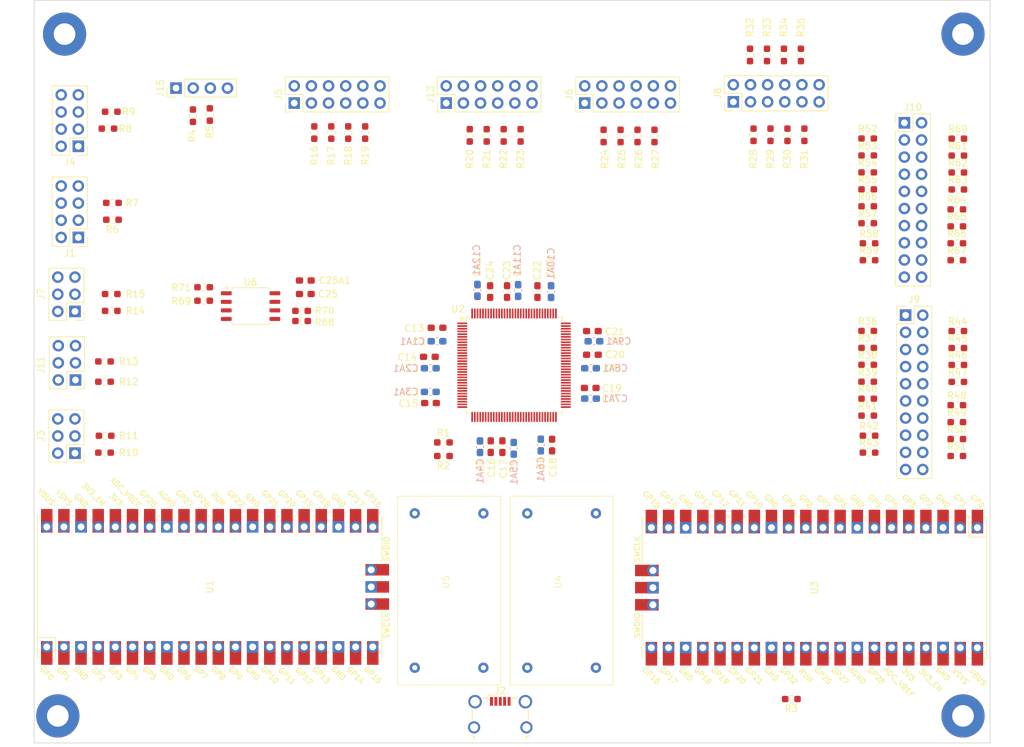
<source format=kicad_pcb>
(kicad_pcb (version 20240108) (generator "pcbnew") (generator_version "8.0")
  (layers (0 "F.Cu" signal "L01_TOP") (1 "In1.Cu" signal "L02_GND") (2 "In2.Cu" signal "L03_PWR") (31 "B.Cu" signal "L04_BOTTOM") (34 "B.Paste" user "SPSE") (35 "F.Paste" user "SPPR") (36 "B.SilkS" user "SLSE") (37 "F.SilkS" user "SLPR") (38 "B.Mask" user "SMSE") (39 "F.Mask" user "SMPR") (44 "Edge.Cuts" user))
  (net 0 "")
  (net 1 "PWR_1V2")
  (net 2 "GND")
  (net 3 "PWR_3V3")
  (net 4 "+3V3")
  (net 5 "Net-(J1-Pin_3)")
  (net 6 "MCU_I2C1_SCL")
  (net 7 "Net-(J1-Pin_5)")
  (net 8 "MCU_I2C1_SDA")
  (net 9 "Net-(J2-VBUS)")
  (net 13 "MCU_BOOT_UART_TX")
  (net 14 "MCU_BOOT_UART_RX")
  (net 15 "Net-(J4-Pin_3)")
  (net 16 "Net-(J4-Pin_5)")
  (net 17 "MCU_I2C2_SCL")
  (net 18 "MCU_I2C2_SDA")
  (net 19 "Net-(J5-Pin_9)")
  (net 20 "Net-(J5-Pin_3)")
  (net 21 "MCU_SPI0_SCK")
  (net 22 "MCU_SPI0_MOSI")
  (net 23 "Net-(J5-Pin_7)")
  (net 24 "MCU_SPI0_CSN")
  (net 25 "MCU_SPI0_MISO")
  (net 26 "Net-(J5-Pin_5)")
  (net 27 "MCU_SPI2_CSN")
  (net 28 "MCU_SPI2_MISO")
  (net 29 "MCU_SPI2_SCK")
  (net 30 "MCU_SPI2_MOSI")
  (net 31 "MCU_UART2_RX")
  (net 32 "MCU_UART2_TX")
  (net 33 "MCU_UART1_RX")
  (net 34 "MCU_UART1_TX")
  (net 35 "MCU_SPI1_MISO")
  (net 36 "MCU_SPI1_SCK")
  (net 37 "MCU_SPI1_CSN")
  (net 38 "MCU_SPI1_MOSI")
  (net 39 "Net-(J15-Pin_3)")
  (net 40 "Net-(J15-Pin_2)")
  (net 41 "MCU_CLK")
  (net 42 "MCU_RESETN")
  (net 43 "Net-(U2-SPIO0_CLK)")
  (net 44 "MCU_GPIO_00")
  (net 45 "MCU_GPIO_01")
  (net 46 "Net-(U6-DI(IO0))")
  (net 47 "Net-(U2-SPI0_CSN)")
  (net 48 "MCU_GPIO_02")
  (net 49 "MCU_GPIO_03")
  (net 50 "MCU_GPIO_04")
  (net 51 "MCU_GPIO_05")
  (net 52 "MCU_PWM_0")
  (net 53 "MCU_PWM_1")
  (net 54 "MCU_PWM_2")
  (net 55 "MCU_PWM_3")
  (net 56 "MCU_PWM_4")
  (net 57 "MCU_PWM_5")
  (net 58 "Net-(U2-SPI3_MOSI)")
  (net 59 "MCU_PWM_6")
  (net 60 "MCU_PWM_7")
  (net 61 "MCU_GPIO_06")
  (net 62 "Net-(U2-SPI0_MOSI)")
  (net 63 "MCU_GPIO_07")
  (net 64 "MCU_GPIO_08")
  (net 65 "Net-(U2-SPI0_MISO)")
  (net 66 "MCU_GPIO_09")
  (net 67 "MCU_GPIO_10")
  (net 68 "MCU_GPIO_11")
  (net 69 "MCU_GPIO_12")
  (net 70 "MCU_GPIO_13")
  (net 71 "MCU_GPIO_14")
  (net 72 "MCU_GPIO_15")
  (net 73 "MCU_GPIO_16")
  (net 74 "MCU_GPIO_17")
  (net 75 "MCU_GPIO_18")
  (net 76 "MCU_GPIO_19")
  (net 77 "MCU_GPIO_20")
  (net 78 "Net-(J13-Pin_5)")
  (net 79 "MCU_GPIO_21")
  (net 80 "MCU_GPIO_22")
  (net 81 "Net-(U6-DO(IO1))")
  (net 82 "Net-(U2-SPI3_MISO)")
  (net 83 "MCU_GPIO_23")
  (net 84 "Net-(J13-Pin_7)")
  (net 85 "MCU_GPIO_24")
  (net 86 "MCU_GPIO_25")
  (net 87 "MCU_GPIO_26")
  (net 88 "MCU_GPIO_27")
  (net 89 "Net-(J13-Pin_3)")
  (net 90 "MCU_GPIO_28")
  (net 91 "MCU_GPIO_29")
  (net 92 "MCU_GPIO_30")
  (net 93 "MCU_GPIO_31")
  (net 94 "Net-(U2-SPI3_SCLK)")
  (net 95 "Net-(U6-CLK)")
  (net 96 "Net-(U2-SPI3_SS)")
  (net 97 "Net-(U6-~{CS})")
  (net 98 "PICO_SLAVE_RUN")
  (net 99 "PICO_COMM_2")
  (net 100 "MCU_BOOT_SEL")
  (net 101 "PICO_COMM_1")
  (net 104 "MCU_HEART_BEAT")
  (net 156 "Net-(U2-CLK)")
  (net 157 "Net-(J3-Pin_1)")
  (net 158 "Net-(J3-Pin_3)")
  (net 159 "Net-(J7-Pin_1)")
  (net 160 "Net-(J7-Pin_3)")
  (net 161 "Net-(J11-Pin_1)")
  (net 162 "Net-(J11-Pin_3)")
  (net 163 "Net-(U2-UART0_TX)")
  (net 164 "Net-(U2-UART0_RX)")
  (net 165 "Net-(U2-UART1_TX)")
  (net 166 "Net-(U2-UART1_RX)")
  (net 167 "Net-(U2-UART2_TX)")
  (net 168 "Net-(U2-UART2_RX)")
  (net 169 "Net-(J13-Pin_9)")
  (net 170 "Net-(U2-SPI1_SCLK)")
  (net 171 "Net-(U2-SPI1_SS)")
  (net 172 "Net-(U2-SPI1_MOSI)")
  (net 173 "Net-(U2-SPI1_MISO)")
  (net 174 "Net-(J6-Pin_3)")
  (net 175 "Net-(J6-Pin_7)")
  (net 176 "Net-(J6-Pin_9)")
  (net 177 "Net-(J6-Pin_5)")
  (net 178 "Net-(U2-SPI2_CLK)")
  (net 179 "Net-(U2-SPI2_CSN)")
  (net 180 "Net-(U2-SPI2_MOSI)")
  (net 181 "Net-(U2-SPI2_MISO)")
  (net 182 "Net-(U2-PWM0)")
  (net 183 "Net-(U2-PWM1)")
  (net 184 "Net-(U2-PWM2)")
  (net 185 "Net-(U2-PWM3)")
  (net 186 "Net-(U2-PWM4)")
  (net 187 "Net-(U2-PWM5)")
  (net 188 "Net-(U2-PWM6)")
  (net 189 "Net-(U2-PWM7)")
  (net 190 "Net-(U2-GPIO0)")
  (net 191 "Net-(U2-GPIO1)")
  (net 192 "Net-(U2-GPIO2)")
  (net 193 "Net-(U2-GPIO3)")
  (net 194 "Net-(U2-GPIO4)")
  (net 195 "Net-(U2-GPIO5)")
  (net 196 "Net-(U2-GPIO6)")
  (net 197 "Net-(U2-GPIO7)")
  (net 198 "Net-(U2-GPIO8)")
  (net 199 "Net-(U2-GPIO9)")
  (net 200 "Net-(U2-GPIO10)")
  (net 201 "Net-(U2-GPIO11)")
  (net 202 "Net-(U2-GPIO12)")
  (net 203 "Net-(U2-GPIO13)")
  (net 204 "Net-(U2-GPIO14)")
  (net 205 "Net-(U2-GPIO15)")
  (net 206 "Net-(U2-GPIO16)")
  (net 207 "Net-(U2-GPIO17)")
  (net 208 "Net-(U2-GPIO18)")
  (net 209 "Net-(U2-GPIO19)")
  (net 210 "Net-(U2-GPIO20)")
  (net 211 "Net-(U2-GPIO21)")
  (net 212 "Net-(U2-GPIO22)")
  (net 213 "Net-(U2-GPIO23)")
  (net 214 "Net-(U2-GPIO24)")
  (net 215 "Net-(U2-GPIO25)")
  (net 216 "Net-(U2-GPIO26)")
  (net 217 "Net-(U2-GPIO27)")
  (net 218 "Net-(U2-GPIO28)")
  (net 219 "Net-(U2-GPIO29)")
  (net 220 "Net-(U2-GPIO30)")
  (net 221 "Net-(U2-GPIO31)")
  (footprint "project_lib:proj_R_0603_1608Metric_Pad0.98x0.95mm_HandSolder" (layer "F.Cu") (at 109.5875 92.5 180)
    (property "Reference" "R71")
    (property "Value" "0E" (hide yes))
  )
  (footprint "project_lib:proj_R_0603_1608Metric_Pad0.98x0.95mm_HandSolder" (layer "F.Cu") (at 208.0875 88.5)
    (property "Reference" "R59")
    (property "Value" "0E" (hide yes))
  )
  (footprint "Package_QFP:LQFP-128_14x14mm_P0.4mm" (layer "F.Cu") (at 155.535 104.0525)
    (property "Reference" "U2")
    (property "Value" "THEJAS32")
  )
  (footprint "project_lib:proj_C_0603_1608Metric_Pad1.08x0.95mm_HandSolder" (layer "F.Cu") (at 166.814585 107.415125)
    (property "Reference" "C19")
    (property "Value" "100nF" (hide yes))
  )
  (footprint "project_lib:proj_R_0603_1608Metric_Pad0.98x0.95mm_HandSolder" (layer "F.Cu") (at 221.0875 112.48)
    (property "Reference" "R49")
    (property "Value" "0E" (hide yes))
  )
  (footprint "Connector_PinHeader_2.54mm:PinHeader_2x04_P2.54mm_Vertical" (layer "F.Cu") (at 91.04 85.12 180)
    (property "Reference" "J1")
    (property "Value" "Conn_02x04_Odd_Even" (hide yes))
  )
  (footprint "project_lib:proj_R_0603_1608Metric_Pad0.98x0.95mm_HandSolder" (layer "F.Cu") (at 95.9125 93.5 180)
    (property "Reference" "R15")
    (property "Value" "0E" (hide yes))
  )
  (footprint "project_lib:proj_R_0603_1608Metric_Pad0.98x0.95mm_HandSolder" (layer "F.Cu") (at 94.9125 117 180)
    (property "Reference" "R10")
    (property "Value" "0E" (hide yes))
  )
  (footprint "project_lib:proj_R_0603_1608Metric_Pad0.98x0.95mm_HandSolder" (layer "F.Cu") (at 221.0875 80.97)
    (property "Reference" "R64")
    (property "Value" "0E" (hide yes))
  )
  (footprint "MountingHole:MountingHole_3.2mm_M3_Pad" (layer "F.Cu") (at 222 156)
    (property "Reference" "TP1" (hide yes))
    (property "Value" "Mounting Hole" (hide yes))
  )
  (footprint "project_lib:proj_C_0603_1608Metric_Pad1.08x0.95mm_HandSolder" (layer "F.Cu") (at 161.172462 115.875966 -90)
    (property "Reference" "C18")
    (property "Value" "100nF" (hide yes))
  )
  (footprint "project_lib:proj_C_0603_1608Metric_Pad1.08x0.95mm_HandSolder" (layer "F.Cu") (at 152.086108 116.112785 -90)
    (property "Reference" "C16")
    (property "Value" "100nF" (hide yes))
  )
  (footprint "project_lib:proj_R_0603_1608Metric_Pad0.98x0.95mm_HandSolder" (layer "F.Cu") (at 221.2375 104.01)
    (property "Reference" "R46")
    (property "Value" "0E" (hide yes))
  )
  (footprint "project_lib:proj_R_0603_1608Metric_Pad0.98x0.95mm_HandSolder" (layer "F.Cu") (at 207.8875 83.02)
    (property "Reference" "R57")
    (property "Value" "0E" (hide yes))
  )
  (footprint "project_lib:proj_C_0603_1608Metric_Pad1.08x0.95mm_HandSolder" (layer "F.Cu") (at 153.816054 116.113131 -90)
    (property "Reference" "C17")
    (property "Value" "100nF" (hide yes))
  )
  (footprint "project_lib:proj_R_0603_1608Metric_Pad0.98x0.95mm_HandSolder" (layer "F.Cu") (at 207.8875 106.5)
    (property "Reference" "R39")
    (property "Value" "0E" (hide yes))
  )
  (footprint "project_lib:proj_R_0603_1608Metric_Pad0.98x0.95mm_HandSolder" (layer "F.Cu") (at 151.49 70 90)
    (property "Reference" "R21")
    (property "Value" "0E" (hide yes))
  )
  (footprint "Connector_PinHeader_2.54mm:PinHeader_2x04_P2.54mm_Vertical" (layer "F.Cu") (at 91.04 71.62 180)
    (property "Reference" "J4")
    (property "Value" "Conn_02x04_Odd_Even" (hide yes))
  )
  (footprint "project_lib:proj_R_0603_1608Metric_Pad0.98x0.95mm_HandSolder" (layer "F.Cu") (at 128.48 69.5875 90)
    (property "Reference" "R17")
    (property "Value" "0E" (hide yes))
  )
  (footprint "project_lib:proj_R_0603_1608Metric_Pad0.98x0.95mm_HandSolder" (layer "F.Cu") (at 207.8875 78)
    (property "Reference" "R55")
    (property "Value" "0E" (hide yes))
  )
  (footprint "project_lib:proj_R_0603_1608Metric_Pad0.98x0.95mm_HandSolder" (layer "F.Cu") (at 110.5 66.9125 90)
    (property "Reference" "R5")
    (property "Value" "2.2K" (hide yes))
  )
  (footprint "MountingHole:MountingHole_3.2mm_M3_Pad" (layer "F.Cu") (at 88 156)
    (property "Reference" "TP2" (hide yes))
    (property "Value" "Mounting Hole" (hide yes))
  )
  (footprint "Connector_PinHeader_2.54mm:PinHeader_2x06_P2.54mm_Vertical" (layer "F.Cu") (at 188 65.04 90)
    (property "Reference" "J8")
    (property "Value" "Conn_02x06_Odd_Even" (hide yes))
  )
  (footprint "project_lib:proj_R_0603_1608Metric_Pad0.98x0.95mm_HandSolder" (layer "F.Cu") (at 221.0875 117.5)
    (property "Reference" "R51")
    (property "Value" "0E" (hide yes))
  )
  (footprint "project_lib:proj_R_0603_1608Metric_Pad0.98x0.95mm_HandSolder" (layer "F.Cu") (at 196.5875 153.5 180)
    (property "Reference" "R3")
    (property "Value" "10K" (hide yes))
  )
  (footprint "project_lib:proj_R_0603_1608Metric_Pad0.98x0.95mm_HandSolder" (layer "F.Cu") (at 190.99 69.9125 90)
    (property "Reference" "R28")
    (property "Value" "0E" (hide yes))
  )
  (footprint "RPi_Pico:RPi_Pico_SMD_TH" (layer "F.Cu") (at 200 137 -90)
    (property "Reference" "U3")
    (property "Value" "Pico Slave")
  )
  (footprint "project_lib:proj_C_0603_1608Metric_Pad1.08x0.95mm_HandSolder" (layer "F.Cu") (at 155.5 116.3625 -90)
    (property "Reference" "C5")
    (property "Value" "100nF" (hide yes))
  )
  (footprint "project_lib:proj_C_0603_1608Metric_Pad1.08x0.95mm_HandSolder" (layer "F.Cu") (at 124.6375 93.5)
    (property "Reference" "C25")
    (property "Value" "100nF" (hide yes))
  )
  (footprint "project_lib:proj_R_0603_1608Metric_Pad0.98x0.95mm_HandSolder" (layer "F.Cu") (at 168.7975 70.0875 90)
    (property "Reference" "R24")
    (property "Value" "0E" (hide yes))
  )
  (footprint "project_lib:proj_R_0603_1608Metric_Pad0.98x0.95mm_HandSolder" (layer "F.Cu") (at 130.99 69.5875 90)
    (property "Reference" "R18")
    (property "Value" "0E" (hide yes))
  )
  (footprint "MountingHole:MountingHole_3.2mm_M3_Pad" (layer "F.Cu") (at 222 55)
    (property "Reference" "TP4" (hide yes))
    (property "Value" "Mounting Hole" (hide yes))
  )
  (footprint "project_lib:proj_R_0603_1608Metric_Pad0.98x0.95mm_HandSolder" (layer "F.Cu") (at 95.4125 69 180)
    (property "Reference" "R8")
    (property "Value" "2.2K" (hide yes))
  )
  (footprint "project_lib:proj_R_0603_1608Metric_Pad0.98x0.95mm_HandSolder" (layer "F.Cu") (at 124.0875 97.5)
    (property "Reference" "R68")
    (property "Value" "0E" (hide yes))
  )
  (footprint "Connector_PinHeader_2.54mm:PinHeader_2x06_P2.54mm_Vertical" (layer "F.Cu") (at 123 65.215 90)
    (property "Reference" "J5")
    (property "Value" "Conn_02x06_Odd_Even" (hide yes))
  )
  (footprint "project_lib:proj_R_0603_1608Metric_Pad0.98x0.95mm_HandSolder" (layer "F.Cu") (at 208.0875 114.49)
    (property "Reference" "R42")
    (property "Value" "0E" (hide yes))
  )
  (footprint "project_lib:proj_R_0603_1608Metric_Pad0.98x0.95mm_HandSolder" (layer "F.Cu") (at 173.8175 70.0875 90)
    (property "Reference" "R26")
    (property "Value" "0E" (hide yes))
  )
  (footprint "project_lib:proj_R_0603_1608Metric_Pad0.98x0.95mm_HandSolder" (layer "F.Cu") (at 221.2375 73)
    (property "Reference" "R61")
    (property "Value" "0E" (hide yes))
  )
  (footprint "project_lib:proj_R_0603_1608Metric_Pad0.98x0.95mm_HandSolder" (layer "F.Cu") (at 221.0875 83.48)
    (property "Reference" "R65")
    (property "Value" "0E" (hide yes))
  )
  (footprint "Module_DCDC:Mini 360" (layer "F.Cu") (at 162.58 136.16 90)
    (property "Reference" "U4")
    (property "Value" "MINI360 DC-DC")
  )
  (footprint "project_lib:proj_C_0603_1608Metric_Pad1.08x0.95mm_HandSolder" (layer "F.Cu") (at 161 93.1375 90)
    (property "Reference" "C10")
    (property "Value" "100nF" (hide yes))
  )
  (footprint "project_lib:proj_R_0603_1608Metric_Pad0.98x0.95mm_HandSolder" (layer "F.Cu") (at 221.2375 98.99)
    (property "Reference" "R44")
    (property "Value" "0E" (hide yes))
  )
  (footprint "Connector_PinHeader_2.54mm:PinHeader_2x03_P2.54mm_Vertical" (layer "F.Cu") (at 90.54 117.08 180)
    (property "Reference" "J3")
    (property "Value" "Conn_02x03_Odd_Even" (hide yes))
  )
  (footprint "project_lib:proj_R_0603_1608Metric_Pad0.98x0.95mm_HandSolder" (layer "F.Cu") (at 207.8875 70.47)
    (property "Reference" "R52")
    (property "Value" "0E" (hide yes))
  )
  (footprint "project_lib:proj_R_0603_1608Metric_Pad0.98x0.95mm_HandSolder" (layer "F.Cu") (at 207.8875 98.97)
    (property "Reference" "R36")
    (property "Value" "0E" (hide yes))
  )
  (footprint "Package_SO:SOIC-8_5.23x5.23mm_P1.27mm" (layer "F.Cu") (at 116.535 95.295)
    (property "Reference" "U6")
    (property "Value" "W25Q16JVSSIQ" (hide yes))
  )
  (footprint "project_lib:proj_R_0603_1608Metric_Pad0.98x0.95mm_HandSolder" (layer "F.Cu") (at 133.5 69.5875 90)
    (property "Reference" "R19")
    (property "Value" "0E" (hide yes))
  )
  (footprint "project_lib:proj_C_0603_1608Metric_Pad1.08x0.95mm_HandSolder" (layer "F.Cu") (at 152 93.1375 90)
    (property "Reference" "C24")
    (property "Value" "100nF" (hide yes))
  )
  (footprint "project_lib:proj_R_0603_1608Metric_Pad0.98x0.95mm_HandSolder" (layer "F.Cu") (at 221.2375 78.02)
    (property "Reference" "R63")
    (property "Value" "0E" (hide yes))
  )
  (footprint "project_lib:proj_C_0603_1608Metric_Pad1.08x0.95mm_HandSolder" (layer "F.Cu") (at 167.1375 99)
    (property "Reference" "C21")
    (property "Value" "100nF" (hide yes))
  )
  (footprint "project_lib:proj_C_0603_1608Metric_Pad1.08x0.95mm_HandSolder" (layer "F.Cu") (at 159.5 115.8625 -90)
    (property "Reference" "C6")
    (property "Value" "100nF" (hide yes))
  )
  (footprint "project_lib:proj_R_0603_1608Metric_Pad0.98x0.95mm_HandSolder" (layer "F.Cu") (at 109.5875 94.5 180)
    (property "Reference" "R69")
    (property "Value" "0E" (hide yes))
  )
  (footprint "project_lib:proj_R_0603_1608Metric_Pad0.98x0.95mm_HandSolder" (layer "F.Cu") (at 195.49 58.0875 90)
    (property "Reference" "R34")
    (property "Value" "0E" (hide yes))
  )
  (footprint "Connector_PinHeader_2.54mm:PinHeader_2x03_P2.54mm_Vertical" (layer "F.Cu") (at 90.615296 106.240237 180)
    (property "Reference" "J11")
    (property "Value" "Conn_02x03_Odd_Even" (hide yes))
  )
  (footprint "project_lib:proj_R_0603_1608Metric_Pad0.98x0.95mm_HandSolder" (layer "F.Cu") (at 207.8875 80.51)
    (property "Reference" "R56")
    (property "Value" "0E" (hide yes))
  )
  (footprint "project_lib:proj_R_0603_1608Metric_Pad0.98x0.95mm_HandSolder" (layer "F.Cu") (at 96.0875 82.5 180)
    (property "Reference" "R6")
    (property "Value" "2.2K" (hide yes))
  )
  (footprint "Connector_PinHeader_2.54mm:PinHeader_2x06_P2.54mm_Vertical" (layer "F.Cu") (at 166 65.215 90)
    (property "Reference" "J6")
    (property "Value" "Conn_02x06_Odd_Even" (hide yes))
  )
  (footprint "Connector_USB:USB_Micro-B_Wuerth_629105150521_CircularHoles" (layer "F.Cu") (at 153.495 155.745)
    (property "Reference" "J2")
    (property "Value" "USB_B_Micro" (hide yes))
  )
  (footprint "project_lib:proj_R_0603_1608Metric_Pad0.98x0.95mm_HandSolder" (layer "F.Cu") (at 221.2375 101.5)
    (property "Reference" "R45")
    (property "Value" "0E" (hide yes))
  )
  (footprint "project_lib:proj_C_0603_1608Metric_Pad1.08x0.95mm_HandSolder" (layer "F.Cu") (at 166.8625 109)
    (property "Reference" "C7")
    (property "Value" "100nF" (hide yes))
  )
  (footprint "project_lib:proj_C_0603_1608Metric_Pad1.08x0.95mm_HandSolder" (layer "F.Cu") (at 167.3625 100.5)
    (property "Reference" "C9")
    (property "Value" "100nF" (hide yes))
  )
  (footprint "Connector_PinHeader_2.54mm:PinHeader_2x10_P2.54mm_Vertical" (layer "F.Cu") (at 213.5 96.64)
    (property "Reference" "J9")
    (property "Value" "Conn_02x10_Odd_Even" (hide yes))
  )
  (footprint "project_lib:proj_R_0603_1608Metric_Pad0.98x0.95mm_HandSolder" (layer "F.Cu") (at 125.97 69.5875 90)
    (property "Reference" "R16")
    (property "Value" "0E" (hide yes))
  )
  (footprint "project_lib:proj_C_0603_1608Metric_Pad1.08x0.95mm_HandSolder" (layer "F.Cu") (at 150.1375 93 90)
    (property "Reference" "C12")
    (property "Value" "100nF" (hide yes))
  )
  (footprint "project_lib:proj_R_0603_1608Metric_Pad0.98x0.95mm_HandSolder" (layer "F.Cu") (at 198.52 69.9125 90)
    (property "Reference" "R31")
    (property "Value" "0E" (hide yes))
  )
  (footprint "project_lib:proj_R_0603_1608Metric_Pad0.98x0.95mm_HandSolder" (layer "F.Cu") (at 95.9125 96 180)
    (property "Reference" "R14")
    (property "Value" "0E" (hide yes))
  )
  (footprint "project_lib:proj_R_0603_1608Metric_Pad0.98x0.95mm_HandSolder" (layer "F.Cu") (at 207.8875 101.48)
    (property "Reference" "R37")
    (property "Value" "0E" (hide yes))
  )
  (footprint "project_lib:proj_C_0603_1608Metric_Pad1.08x0.95mm_HandSolder" (layer "F.Cu") (at 143.1375 108 180)
    (property "Reference" "C3")
    (property "Value" "100nF" (hide yes))
  )
  (footprint "project_lib:proj_R_0603_1608Metric_Pad0.98x0.95mm_HandSolder" (layer "F.Cu") (at 207.8875 111.52)
    (property "Reference" "R41")
    (property "Value" "0E" (hide yes))
  )
  (footprint "project_lib:proj_R_0603_1608Metric_Pad0.98x0.95mm_HandSolder" (layer "F.Cu") (at 190.47 58.0875 90)
    (property "Reference" "R32")
    (property "Value" "0E" (hide yes))
  )
  (footprint "project_lib:proj_R_0603_1608Metric_Pad0.98x0.95mm_HandSolder" (layer "F.Cu") (at 95 114.5 180)
    (property "Reference" "R11")
    (property "Value" "0E" (hide yes))
  )
  (footprint "project_lib:proj_C_0603_1608Metric_Pad1.08x0.95mm_HandSolder" (layer "F.Cu") (at 124.6375 91.5)
    (property "Reference" "C25A1")
    (property "Value" "10uF" (hide yes))
  )
  (footprint "project_lib:proj_R_0603_1608Metric_Pad0.98x0.95mm_HandSolder" (layer "F.Cu") (at 207.8875 103.99)
    (property "Reference" "R38")
    (property "Value" "0E" (hide yes))
  )
  (footprint "project_lib:proj_C_0603_1608Metric_Pad1.08x0.95mm_HandSolder" (layer "F.Cu") (at 167.1375 102.5)
    (property "Reference" "C20")
    (property "Value" "100nF" (hide yes))
  )
  (footprint "project_lib:proj_C_0603_1608Metric_Pad1.08x0.95mm_HandSolder" (layer "F.Cu") (at 143.1375 104.5 180)
    (property "Reference" "C2")
    (property "Value" "100nF" (hide yes))
  )
  (footprint "Connector_PinHeader_2.54mm:PinHeader_1x04_P2.54mm_Vertical" (layer "F.Cu") (at 105.5 63 90)
    (property "Reference" "J15")
    (property "Value" "Conn_01x04")
  )
  (footprint "project_lib:proj_R_0603_1608Metric_Pad0.98x0.95mm_HandSolder" (layer "F.Cu") (at 221.0875 114.99)
    (property "Reference" "R50")
    (property "Value" "0E" (hide yes))
  )
  (footprint "project_lib:proj_R_0603_1608Metric_Pad0.98x0.95mm_HandSolder" (layer "F.Cu") (at 94.9125 106.5 180)
    (property "Reference" "R12")
    (property "Value" "0E" (hide yes))
  )
  (footprint "project_lib:proj_C_0603_1608Metric_Pad1.08x0.95mm_HandSolder" (layer "F.Cu") (at 144.1375 100.5 180)
    (property "Reference" "C1")
    (property "Value" "100nF" (hide yes))
  )
  (footprint "Connector_PinHeader_2.54mm:PinHeader_2x06_P2.54mm_Vertical" (layer "F.Cu") (at 145.5 65.215 90)
    (property "Reference" "J13")
    (property "Value" "Conn_02x06_Odd_Even" (hide yes))
  )
  (footprint "project_lib:proj_R_0603_1608Metric_Pad0.98x0.95mm_HandSolder" (layer "F.Cu") (at 171.3075 70.0875 90)
    (property "Reference" "R25")
    (property "Value" "0E" (hide yes))
  )
  (footprint "project_lib:proj_R_0603_1608Metric_Pad0.98x0.95mm_HandSolder" (layer "F.Cu") (at 221.0875 88.5)
    (property "Reference" "R67")
    (property "Value" "0E" (hide yes))
  )
  (footprint "project_lib:proj_C_0603_1608Metric_Pad1.08x0.95mm_HandSolder" (layer "F.Cu") (at 143 102.807483 180)
    (property "Reference" "C14")
    (property "Value" "100nF" (hide yes))
  )
  (footprint "Module_DCDC:Mini 360" (layer "F.Cu") (at 145.92 136.16 90)
    (property "Reference" "U5")
    (property "Value" "MINI360 DC-DC")
  )
  (footprint "project_lib:proj_R_0603_1608Metric_Pad0.98x0.95mm_HandSolder" (layer "F.Cu") (at 95.9125 66.5 180)
    (property "Reference" "R9")
    (property "Value" "2.2K" (hide yes))
  )
  (footprint "project_lib:proj_R_0603_1608Metric_Pad0.98x0.95mm_HandSolder" (layer "F.Cu") (at 192.98 58.0875 90)
    (property "Reference" "R33")
    (property "Value" "0E" (hide yes))
  )
  (footprint "project_lib:proj_R_0603_1608Metric_Pad0.98x0.95mm_HandSolder" (layer "F.Cu") (at 96.0875 80 180)
    (property "Reference" "R7")
    (property "Value" "2.2K" (hide yes))
  )
  (footprint "project_lib:proj_R_0603_1608Metric_Pad0.98x0.95mm_HandSolder" (layer "F.Cu") (at 208.0875 85.99)
    (property "Reference" "R58")
    (property "Value" "0E" (hide yes))
  )
  (footprint "project_lib:proj_R_0603_1608Metric_Pad0.98x0.95mm_HandSolder" (layer "F.Cu") (at 94.9125 103.5 180)
    (property "Reference" "R13")
    (property "Value" "0E" (hide yes))
  )
  (footprint "project_lib:proj_R_0603_1608Metric_Pad0.98x0.95mm_HandSolder" (layer "F.Cu") (at 176.3275 70.0875 90)
    (property "Reference" "R27")
    (property "Value" "0E" (hide yes))
  )
  (footprint "project_lib:proj_R_0603_1608Metric_Pad0.98x0.95mm_HandSolder" (layer "F.Cu") (at 145.0875 117.5 180)
    (property "Reference" "R2")
    (property "Value" "10K" (hide yes))
  )
  (footprint "project_lib:proj_C_0603_1608Metric_Pad1.08x0.95mm_HandSolder" (layer "F.Cu") (at 144.1375 98.5 180)
    (property "Reference" "C13")
    (property "Value" "100nF" (hide yes))
  )
  (footprint "project_lib:proj_R_0603_1608Metric_Pad0.98x0.95mm_HandSolder" (layer "F.Cu") (at 221.2375 70.49)
    (property "Reference" "R60")
    (property "Value" "0E" (hide yes))
  )
  (footprint "project_lib:proj_R_0603_1608Metric_Pad0.98x0.95mm_HandSolder" (layer "F.Cu") (at 156.51 70 90)
    (property "Reference" "R23")
    (property "Value" "0E" (hide yes))
  )
  (footprint "project_lib:proj_R_0603_1608Metric_Pad0.98x0.95mm_HandSolder" (layer "F.Cu") (at 145.0875 115.49)
    (property "Reference" "R1")
    (property "Value" "0E" (hide yes))
  )
  (footprint "project_lib:proj_R_0603_1608Metric_Pad0.98x0.95mm_HandSolder" (layer "F.Cu") (at 124.0875 96)
    (property "Reference" "R70")
    (property "Value" "0E" (hide yes))
  )
  (footprint "project_lib:proj_R_0603_1608Metric_Pad0.98x0.95mm_HandSolder" (layer "F.Cu") (at 108 67.0875 90)
    (property "Reference" "R4")
    (property "Value" "2.2K" (hide yes))
  )
  (footprint "Connector_PinHeader_2.54mm:PinHeader_2x10_P2.54mm_Vertical" (layer "F.Cu") (at 213.325 68.14)
    (property "Reference" "J10")
    (property "Value" "Conn_02x10_Odd_Even" (hide yes))
  )
  (footprint "project_lib:proj_C_0603_1608Metric_Pad1.08x0.95mm_HandSolder" (layer "F.Cu") (at 150.5 116.1375 -90)
    (property "Reference" "C4")
    (property "Value" "100nF" (hide yes))
  )
  (footprint "project_lib:proj_R_0603_1608Metric_Pad0.98x0.95mm_HandSolder" (layer "F.Cu") (at 221.0875 85.99)
    (property "Reference" "R66")
    (property "Value" "0E" (hide yes))
  )
  (footprint "project_lib:proj_R_0603_1608Metric_Pad0.98x0.95mm_HandSolder" (layer "F.Cu") (at 198 58.0875 90)
    (property "Reference" "R35")
    (property "Value" "0E" (hide yes))
  )
  (footprint "project_lib:proj_R_0603_1608Metric_Pad0.98x0.95mm_HandSolder" (layer "F.Cu") (at 207.8875 72.98)
    (property "Reference" "R53")
    (property "Value" "0E" (hide yes))
  )
  (footprint "project_lib:proj_C_0603_1608Metric_Pad1.08x0.95mm_HandSolder" (layer "F.Cu") (at 143.166944 109.655555 180)
    (property "Reference" "C15")
    (property "Value" "100nF" (hide yes))
  )
  (footprint "project_lib:proj_C_0603_1608Metric_Pad1.08x0.95mm_HandSolder" (layer "F.Cu") (at 154.5 93.1375 90)
    (property "Reference" "C23")
    (property "Value" "100nF" (hide yes))
  )
  (footprint "project_lib:proj_C_0603_1608Metric_Pad1.08x0.95mm_HandSolder" (layer "F.Cu") (at 159 93.1375 90)
    (property "Reference" "C22")
    (property "Value" "100nF" (hide yes))
  )
  (footprint "project_lib:proj_R_0603_1608Metric_Pad0.98x0.95mm_HandSolder" (layer "F.Cu") (at 193.5 69.9125 90)
    (property "Reference" "R29")
    (property "Value" "0E" (hide yes))
  )
  (footprint "project_lib:proj_R_0603_1608Metric_Pad0.98x0.95mm_HandSolder" (layer "F.Cu") (at 221.0875 109.97)
    (property "Reference" "R48")
    (property "Value" "0E" (hide yes))
  )
  (footprint "Connector_PinHeader_2.54mm:PinHeader_2x03_P2.54mm_Vertical" (layer "F.Cu") (at 90.54 96.08 180)
    (property "Reference" "J7")
    (property "Value" "Conn_02x03_Odd_Even" (hide yes))
  )
  (footprint "RPi_Pico:RPi_Pico_SMD_TH" (layer "F.Cu") (at 110.49 136.89 90)
    (property "Reference" "U1")
    (property "Value" "Pico Master")
  )
  (footprint "project_lib:proj_C_0603_1608Metric_Pad1.08x0.95mm_HandSolder" (layer "F.Cu") (at 156.1375 93 90)
    (property "Reference" "C11")
    (property "Value" "100nF" (hide yes))
  )
  (footprint "project_lib:proj_R_0603_1608Metric_Pad0.98x0.95mm_HandSolder" (layer "F.Cu") (at 154 70 90)
    (property "Reference" "R22")
    (property "Value" "0E" (hide yes))
  )
  (footprint "project_lib:proj_R_0603_1608Metric_Pad0.98x0.95mm_HandSolder" (layer "F.Cu") (at 207.8875 109.01)
    (property "Reference" "R40")
    (property "Value" "0E" (hide yes))
  )
  (footprint "project_lib:proj_C_0603_1608Metric_Pad1.08x0.95mm_HandSolder" (layer "F.Cu") (at 166.8625 104.5)
    (property "Reference" "C8")
    (property "Value" "100nF" (hide yes))
  )
  (footprint "project_lib:proj_R_0603_1608Metric_Pad0.98x0.95mm_HandSolder" (layer "F.Cu") (at 148.98 70 90)
    (property "Reference" "R20")
    (property "Value" "0E" (hide yes))
  )
  (footprint "project_lib:proj_R_0603_1608Metric_Pad0.98x0.95mm_HandSolder" (layer "F.Cu") (at 208.0875 117)
    (property "Reference" "R43")
    (property "Value" "0E" (hide yes))
  )
  (footprint "project_lib:proj_R_0603_1608Metric_Pad0.98x0.95mm_HandSolder" (layer "F.Cu") (at 207.8875 75.49)
    (property "Reference" "R54")
    (property "Value" "0E" (hide yes))
  )
  (footprint "project_lib:proj_R_0603_1608Metric_Pad0.98x0.95mm_HandSolder" (layer "F.Cu") (at 221.2375 75.51)
    (property "Reference" "R62")
    (property "Value" "0E" (hide yes))
  )
  (footprint "project_lib:proj_R_0603_1608Metric_Pad0.98x0.95mm_HandSolder" (layer "F.Cu") (at 221.2375 106.52)
    (property "Reference" "R47")
    (property "Value" "0E" (hide yes))
  )
  (footprint "MountingHole:MountingHole_3.2mm_M3_Pad" (layer "F.Cu") (at 89 55)
    (property "Reference" "TP3" (hide yes))
    (property "Value" "Mounting Hole" (hide yes))
  )
  (footprint "project_lib:proj_R_0603_1608Metric_Pad0.98x0.95mm_HandSolder" (layer "F.Cu") (at 196.01 69.9125 90)
    (property "Reference" "R30")
    (property "Value" "0E" (hide yes))
  )
  (footprint "project_lib:proj_C_0603_1608Metric_Pad1.08x0.95mm_HandSolder" (layer "B.Cu") (at 150.502226 116.121963 -90)
    (property "Reference" "C4A1")
    (property "Value" "10uF" (hide yes))
  )
  (footprint "project_lib:proj_C_0603_1608Metric_Pad1.08x0.95mm_HandSolder" (layer "B.Cu") (at 161.03513 93.152232 90)
    (property "Reference" "C10A1")
    (property "Value" "10uF" (hide yes))
  )
  (footprint "project_lib:proj_C_0603_1608Metric_Pad1.08x0.95mm_HandSolder" (layer "B.Cu") (at 159.501615 115.881175 -90)
    (property "Reference" "C6A1")
    (property "Value" "10uF" (hide yes))
  )
  (footprint "project_lib:proj_C_0603_1608Metric_Pad1.08x0.95mm_HandSolder" (layer "B.Cu") (at 143.1375 108 180)
    (property "Reference" "C3A1")
    (property "Value" "10uF" (hide yes))
  )
  (footprint "project_lib:proj_C_0603_1608Metric_Pad1.08x0.95mm_HandSolder" (layer "B.Cu") (at 166.8625 109)
    (property "Reference" "C7A1")
    (property "Value" "10uF" (hide yes))
  )
  (footprint "project_lib:proj_C_0603_1608Metric_Pad1.08x0.95mm_HandSolder" (layer "B.Cu") (at 155.47937 116.372306 -90)
    (property "Reference" "C5A1")
    (property "Value" "10uF" (hide yes))
  )
  (footprint "project_lib:proj_C_0603_1608Metric_Pad1.08x0.95mm_HandSolder" (layer "B.Cu") (at 143.1375 104.5 180)
    (property "Reference" "C2A1")
    (property "Value" "10uF" (hide yes))
  )
  (footprint "project_lib:proj_C_0603_1608Metric_Pad1.08x0.95mm_HandSolder" (layer "B.Cu") (at 167.3625 100.5)
    (property "Reference" "C9A1")
    (property "Value" "10uF" (hide yes))
  )
  (footprint "project_lib:proj_C_0603_1608Metric_Pad1.08x0.95mm_HandSolder" (layer "B.Cu") (at 150.099019 92.92248 90)
    (property "Reference" "C12A1")
    (property "Value" "10uF" (hide yes))
  )
  (footprint "project_lib:proj_C_0603_1608Metric_Pad1.08x0.95mm_HandSolder" (layer "B.Cu") (at 156.147725 92.967284 90)
    (property "Reference" "C11A1")
    (property "Value" "10uF" (hide yes))
  )
  (footprint "project_lib:proj_C_0603_1608Metric_Pad1.08x0.95mm_HandSolder" (layer "B.Cu") (at 166.8625 104.5)
    (property "Reference" "C8A1")
    (property "Value" "10uF" (hide yes))
  )
  (footprint "project_lib:proj_C_0603_1608Metric_Pad1.08x0.95mm_HandSolder" (layer "B.Cu") (at 144.1375 100.5 180)
    (property "Reference" "C1A1")
    (property "Value" "10uF" (hide yes))
  )
  (gr_rect (start 84.5 50) (end 226 160) (stroke (width 0.1)) (fill none) (layer "Edge.Cuts"))
)
</source>
